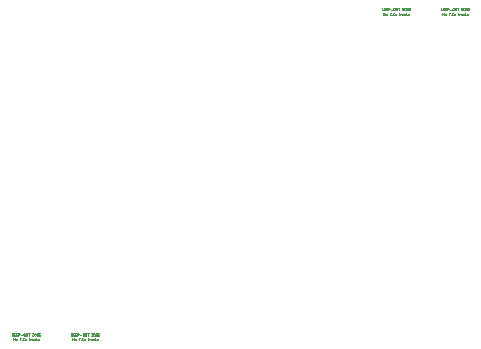
<source format=gbr>
%TF.GenerationSoftware,KiCad,Pcbnew,7.0.9*%
%TF.CreationDate,2024-02-22T06:25:05-07:00*%
%TF.ProjectId,genesis-6_controller_pcb,67656e65-7369-4732-9d36-5f636f6e7472,4a*%
%TF.SameCoordinates,Original*%
%TF.FileFunction,Other,Comment*%
%FSLAX46Y46*%
G04 Gerber Fmt 4.6, Leading zero omitted, Abs format (unit mm)*
G04 Created by KiCad (PCBNEW 7.0.9) date 2024-02-22 06:25:05*
%MOMM*%
%LPD*%
G01*
G04 APERTURE LIST*
%ADD10C,0.030000*%
G04 APERTURE END LIST*
D10*
X181125715Y-111160963D02*
X181125715Y-110960963D01*
X181240000Y-111160963D02*
X181154286Y-111046678D01*
X181240000Y-110960963D02*
X181125715Y-111075249D01*
X181325715Y-111056201D02*
X181392381Y-111056201D01*
X181420953Y-111160963D02*
X181325715Y-111160963D01*
X181325715Y-111160963D02*
X181325715Y-110960963D01*
X181325715Y-110960963D02*
X181420953Y-110960963D01*
X181506667Y-111056201D02*
X181573333Y-111056201D01*
X181601905Y-111160963D02*
X181506667Y-111160963D01*
X181506667Y-111160963D02*
X181506667Y-110960963D01*
X181506667Y-110960963D02*
X181601905Y-110960963D01*
X181687619Y-111160963D02*
X181687619Y-110960963D01*
X181687619Y-110960963D02*
X181763809Y-110960963D01*
X181763809Y-110960963D02*
X181782857Y-110970487D01*
X181782857Y-110970487D02*
X181792380Y-110980011D01*
X181792380Y-110980011D02*
X181801904Y-110999059D01*
X181801904Y-110999059D02*
X181801904Y-111027630D01*
X181801904Y-111027630D02*
X181792380Y-111046678D01*
X181792380Y-111046678D02*
X181782857Y-111056201D01*
X181782857Y-111056201D02*
X181763809Y-111065725D01*
X181763809Y-111065725D02*
X181687619Y-111065725D01*
X181887619Y-111084773D02*
X182040000Y-111084773D01*
X182173333Y-110960963D02*
X182211428Y-110960963D01*
X182211428Y-110960963D02*
X182230476Y-110970487D01*
X182230476Y-110970487D02*
X182249523Y-110989535D01*
X182249523Y-110989535D02*
X182259047Y-111027630D01*
X182259047Y-111027630D02*
X182259047Y-111094297D01*
X182259047Y-111094297D02*
X182249523Y-111132392D01*
X182249523Y-111132392D02*
X182230476Y-111151440D01*
X182230476Y-111151440D02*
X182211428Y-111160963D01*
X182211428Y-111160963D02*
X182173333Y-111160963D01*
X182173333Y-111160963D02*
X182154285Y-111151440D01*
X182154285Y-111151440D02*
X182135238Y-111132392D01*
X182135238Y-111132392D02*
X182125714Y-111094297D01*
X182125714Y-111094297D02*
X182125714Y-111027630D01*
X182125714Y-111027630D02*
X182135238Y-110989535D01*
X182135238Y-110989535D02*
X182154285Y-110970487D01*
X182154285Y-110970487D02*
X182173333Y-110960963D01*
X182344762Y-110960963D02*
X182344762Y-111122868D01*
X182344762Y-111122868D02*
X182354285Y-111141916D01*
X182354285Y-111141916D02*
X182363809Y-111151440D01*
X182363809Y-111151440D02*
X182382857Y-111160963D01*
X182382857Y-111160963D02*
X182420952Y-111160963D01*
X182420952Y-111160963D02*
X182440000Y-111151440D01*
X182440000Y-111151440D02*
X182449523Y-111141916D01*
X182449523Y-111141916D02*
X182459047Y-111122868D01*
X182459047Y-111122868D02*
X182459047Y-110960963D01*
X182525714Y-110960963D02*
X182640000Y-110960963D01*
X182582857Y-111160963D02*
X182582857Y-110960963D01*
X182840000Y-110960963D02*
X182973333Y-110960963D01*
X182973333Y-110960963D02*
X182840000Y-111160963D01*
X182840000Y-111160963D02*
X182973333Y-111160963D01*
X183087619Y-110960963D02*
X183125714Y-110960963D01*
X183125714Y-110960963D02*
X183144762Y-110970487D01*
X183144762Y-110970487D02*
X183163809Y-110989535D01*
X183163809Y-110989535D02*
X183173333Y-111027630D01*
X183173333Y-111027630D02*
X183173333Y-111094297D01*
X183173333Y-111094297D02*
X183163809Y-111132392D01*
X183163809Y-111132392D02*
X183144762Y-111151440D01*
X183144762Y-111151440D02*
X183125714Y-111160963D01*
X183125714Y-111160963D02*
X183087619Y-111160963D01*
X183087619Y-111160963D02*
X183068571Y-111151440D01*
X183068571Y-111151440D02*
X183049524Y-111132392D01*
X183049524Y-111132392D02*
X183040000Y-111094297D01*
X183040000Y-111094297D02*
X183040000Y-111027630D01*
X183040000Y-111027630D02*
X183049524Y-110989535D01*
X183049524Y-110989535D02*
X183068571Y-110970487D01*
X183068571Y-110970487D02*
X183087619Y-110960963D01*
X183259048Y-111160963D02*
X183259048Y-110960963D01*
X183259048Y-110960963D02*
X183373333Y-111160963D01*
X183373333Y-111160963D02*
X183373333Y-110960963D01*
X183468572Y-111056201D02*
X183535238Y-111056201D01*
X183563810Y-111160963D02*
X183468572Y-111160963D01*
X183468572Y-111160963D02*
X183468572Y-110960963D01*
X183468572Y-110960963D02*
X183563810Y-110960963D01*
X181259047Y-111560963D02*
X181259047Y-111360963D01*
X181259047Y-111360963D02*
X181373332Y-111560963D01*
X181373332Y-111560963D02*
X181373332Y-111360963D01*
X181497142Y-111560963D02*
X181478094Y-111551440D01*
X181478094Y-111551440D02*
X181468571Y-111541916D01*
X181468571Y-111541916D02*
X181459047Y-111522868D01*
X181459047Y-111522868D02*
X181459047Y-111465725D01*
X181459047Y-111465725D02*
X181468571Y-111446678D01*
X181468571Y-111446678D02*
X181478094Y-111437154D01*
X181478094Y-111437154D02*
X181497142Y-111427630D01*
X181497142Y-111427630D02*
X181525713Y-111427630D01*
X181525713Y-111427630D02*
X181544761Y-111437154D01*
X181544761Y-111437154D02*
X181554285Y-111446678D01*
X181554285Y-111446678D02*
X181563809Y-111465725D01*
X181563809Y-111465725D02*
X181563809Y-111522868D01*
X181563809Y-111522868D02*
X181554285Y-111541916D01*
X181554285Y-111541916D02*
X181544761Y-111551440D01*
X181544761Y-111551440D02*
X181525713Y-111560963D01*
X181525713Y-111560963D02*
X181497142Y-111560963D01*
X181868570Y-111456201D02*
X181801904Y-111456201D01*
X181801904Y-111560963D02*
X181801904Y-111360963D01*
X181801904Y-111360963D02*
X181897142Y-111360963D01*
X181973333Y-111541916D02*
X181982856Y-111551440D01*
X181982856Y-111551440D02*
X181973333Y-111560963D01*
X181973333Y-111560963D02*
X181963809Y-111551440D01*
X181963809Y-111551440D02*
X181973333Y-111541916D01*
X181973333Y-111541916D02*
X181973333Y-111560963D01*
X182182856Y-111541916D02*
X182173332Y-111551440D01*
X182173332Y-111551440D02*
X182144761Y-111560963D01*
X182144761Y-111560963D02*
X182125713Y-111560963D01*
X182125713Y-111560963D02*
X182097142Y-111551440D01*
X182097142Y-111551440D02*
X182078094Y-111532392D01*
X182078094Y-111532392D02*
X182068571Y-111513344D01*
X182068571Y-111513344D02*
X182059047Y-111475249D01*
X182059047Y-111475249D02*
X182059047Y-111446678D01*
X182059047Y-111446678D02*
X182068571Y-111408582D01*
X182068571Y-111408582D02*
X182078094Y-111389535D01*
X182078094Y-111389535D02*
X182097142Y-111370487D01*
X182097142Y-111370487D02*
X182125713Y-111360963D01*
X182125713Y-111360963D02*
X182144761Y-111360963D01*
X182144761Y-111360963D02*
X182173332Y-111370487D01*
X182173332Y-111370487D02*
X182182856Y-111380011D01*
X182354285Y-111427630D02*
X182354285Y-111560963D01*
X182268571Y-111427630D02*
X182268571Y-111532392D01*
X182268571Y-111532392D02*
X182278094Y-111551440D01*
X182278094Y-111551440D02*
X182297142Y-111560963D01*
X182297142Y-111560963D02*
X182325713Y-111560963D01*
X182325713Y-111560963D02*
X182344761Y-111551440D01*
X182344761Y-111551440D02*
X182354285Y-111541916D01*
X182573332Y-111427630D02*
X182649523Y-111427630D01*
X182601904Y-111360963D02*
X182601904Y-111532392D01*
X182601904Y-111532392D02*
X182611427Y-111551440D01*
X182611427Y-111551440D02*
X182630475Y-111560963D01*
X182630475Y-111560963D02*
X182649523Y-111560963D01*
X182716190Y-111560963D02*
X182716190Y-111427630D01*
X182716190Y-111465725D02*
X182725713Y-111446678D01*
X182725713Y-111446678D02*
X182735237Y-111437154D01*
X182735237Y-111437154D02*
X182754285Y-111427630D01*
X182754285Y-111427630D02*
X182773332Y-111427630D01*
X182925714Y-111560963D02*
X182925714Y-111456201D01*
X182925714Y-111456201D02*
X182916190Y-111437154D01*
X182916190Y-111437154D02*
X182897142Y-111427630D01*
X182897142Y-111427630D02*
X182859047Y-111427630D01*
X182859047Y-111427630D02*
X182840000Y-111437154D01*
X182925714Y-111551440D02*
X182906666Y-111560963D01*
X182906666Y-111560963D02*
X182859047Y-111560963D01*
X182859047Y-111560963D02*
X182840000Y-111551440D01*
X182840000Y-111551440D02*
X182830476Y-111532392D01*
X182830476Y-111532392D02*
X182830476Y-111513344D01*
X182830476Y-111513344D02*
X182840000Y-111494297D01*
X182840000Y-111494297D02*
X182859047Y-111484773D01*
X182859047Y-111484773D02*
X182906666Y-111484773D01*
X182906666Y-111484773D02*
X182925714Y-111475249D01*
X183106666Y-111551440D02*
X183087618Y-111560963D01*
X183087618Y-111560963D02*
X183049523Y-111560963D01*
X183049523Y-111560963D02*
X183030475Y-111551440D01*
X183030475Y-111551440D02*
X183020952Y-111541916D01*
X183020952Y-111541916D02*
X183011428Y-111522868D01*
X183011428Y-111522868D02*
X183011428Y-111465725D01*
X183011428Y-111465725D02*
X183020952Y-111446678D01*
X183020952Y-111446678D02*
X183030475Y-111437154D01*
X183030475Y-111437154D02*
X183049523Y-111427630D01*
X183049523Y-111427630D02*
X183087618Y-111427630D01*
X183087618Y-111427630D02*
X183106666Y-111437154D01*
X183192381Y-111560963D02*
X183192381Y-111360963D01*
X183211428Y-111484773D02*
X183268571Y-111560963D01*
X183268571Y-111427630D02*
X183192381Y-111503820D01*
X183344762Y-111551440D02*
X183363809Y-111560963D01*
X183363809Y-111560963D02*
X183401905Y-111560963D01*
X183401905Y-111560963D02*
X183420952Y-111551440D01*
X183420952Y-111551440D02*
X183430476Y-111532392D01*
X183430476Y-111532392D02*
X183430476Y-111522868D01*
X183430476Y-111522868D02*
X183420952Y-111503820D01*
X183420952Y-111503820D02*
X183401905Y-111494297D01*
X183401905Y-111494297D02*
X183373333Y-111494297D01*
X183373333Y-111494297D02*
X183354286Y-111484773D01*
X183354286Y-111484773D02*
X183344762Y-111465725D01*
X183344762Y-111465725D02*
X183344762Y-111456201D01*
X183344762Y-111456201D02*
X183354286Y-111437154D01*
X183354286Y-111437154D02*
X183373333Y-111427630D01*
X183373333Y-111427630D02*
X183401905Y-111427630D01*
X183401905Y-111427630D02*
X183420952Y-111437154D01*
X176259047Y-111560963D02*
X176259047Y-111360963D01*
X176259047Y-111360963D02*
X176373332Y-111560963D01*
X176373332Y-111560963D02*
X176373332Y-111360963D01*
X176497142Y-111560963D02*
X176478094Y-111551440D01*
X176478094Y-111551440D02*
X176468571Y-111541916D01*
X176468571Y-111541916D02*
X176459047Y-111522868D01*
X176459047Y-111522868D02*
X176459047Y-111465725D01*
X176459047Y-111465725D02*
X176468571Y-111446678D01*
X176468571Y-111446678D02*
X176478094Y-111437154D01*
X176478094Y-111437154D02*
X176497142Y-111427630D01*
X176497142Y-111427630D02*
X176525713Y-111427630D01*
X176525713Y-111427630D02*
X176544761Y-111437154D01*
X176544761Y-111437154D02*
X176554285Y-111446678D01*
X176554285Y-111446678D02*
X176563809Y-111465725D01*
X176563809Y-111465725D02*
X176563809Y-111522868D01*
X176563809Y-111522868D02*
X176554285Y-111541916D01*
X176554285Y-111541916D02*
X176544761Y-111551440D01*
X176544761Y-111551440D02*
X176525713Y-111560963D01*
X176525713Y-111560963D02*
X176497142Y-111560963D01*
X176868570Y-111456201D02*
X176801904Y-111456201D01*
X176801904Y-111560963D02*
X176801904Y-111360963D01*
X176801904Y-111360963D02*
X176897142Y-111360963D01*
X176973333Y-111541916D02*
X176982856Y-111551440D01*
X176982856Y-111551440D02*
X176973333Y-111560963D01*
X176973333Y-111560963D02*
X176963809Y-111551440D01*
X176963809Y-111551440D02*
X176973333Y-111541916D01*
X176973333Y-111541916D02*
X176973333Y-111560963D01*
X177182856Y-111541916D02*
X177173332Y-111551440D01*
X177173332Y-111551440D02*
X177144761Y-111560963D01*
X177144761Y-111560963D02*
X177125713Y-111560963D01*
X177125713Y-111560963D02*
X177097142Y-111551440D01*
X177097142Y-111551440D02*
X177078094Y-111532392D01*
X177078094Y-111532392D02*
X177068571Y-111513344D01*
X177068571Y-111513344D02*
X177059047Y-111475249D01*
X177059047Y-111475249D02*
X177059047Y-111446678D01*
X177059047Y-111446678D02*
X177068571Y-111408582D01*
X177068571Y-111408582D02*
X177078094Y-111389535D01*
X177078094Y-111389535D02*
X177097142Y-111370487D01*
X177097142Y-111370487D02*
X177125713Y-111360963D01*
X177125713Y-111360963D02*
X177144761Y-111360963D01*
X177144761Y-111360963D02*
X177173332Y-111370487D01*
X177173332Y-111370487D02*
X177182856Y-111380011D01*
X177354285Y-111427630D02*
X177354285Y-111560963D01*
X177268571Y-111427630D02*
X177268571Y-111532392D01*
X177268571Y-111532392D02*
X177278094Y-111551440D01*
X177278094Y-111551440D02*
X177297142Y-111560963D01*
X177297142Y-111560963D02*
X177325713Y-111560963D01*
X177325713Y-111560963D02*
X177344761Y-111551440D01*
X177344761Y-111551440D02*
X177354285Y-111541916D01*
X177573332Y-111427630D02*
X177649523Y-111427630D01*
X177601904Y-111360963D02*
X177601904Y-111532392D01*
X177601904Y-111532392D02*
X177611427Y-111551440D01*
X177611427Y-111551440D02*
X177630475Y-111560963D01*
X177630475Y-111560963D02*
X177649523Y-111560963D01*
X177716190Y-111560963D02*
X177716190Y-111427630D01*
X177716190Y-111465725D02*
X177725713Y-111446678D01*
X177725713Y-111446678D02*
X177735237Y-111437154D01*
X177735237Y-111437154D02*
X177754285Y-111427630D01*
X177754285Y-111427630D02*
X177773332Y-111427630D01*
X177925714Y-111560963D02*
X177925714Y-111456201D01*
X177925714Y-111456201D02*
X177916190Y-111437154D01*
X177916190Y-111437154D02*
X177897142Y-111427630D01*
X177897142Y-111427630D02*
X177859047Y-111427630D01*
X177859047Y-111427630D02*
X177840000Y-111437154D01*
X177925714Y-111551440D02*
X177906666Y-111560963D01*
X177906666Y-111560963D02*
X177859047Y-111560963D01*
X177859047Y-111560963D02*
X177840000Y-111551440D01*
X177840000Y-111551440D02*
X177830476Y-111532392D01*
X177830476Y-111532392D02*
X177830476Y-111513344D01*
X177830476Y-111513344D02*
X177840000Y-111494297D01*
X177840000Y-111494297D02*
X177859047Y-111484773D01*
X177859047Y-111484773D02*
X177906666Y-111484773D01*
X177906666Y-111484773D02*
X177925714Y-111475249D01*
X178106666Y-111551440D02*
X178087618Y-111560963D01*
X178087618Y-111560963D02*
X178049523Y-111560963D01*
X178049523Y-111560963D02*
X178030475Y-111551440D01*
X178030475Y-111551440D02*
X178020952Y-111541916D01*
X178020952Y-111541916D02*
X178011428Y-111522868D01*
X178011428Y-111522868D02*
X178011428Y-111465725D01*
X178011428Y-111465725D02*
X178020952Y-111446678D01*
X178020952Y-111446678D02*
X178030475Y-111437154D01*
X178030475Y-111437154D02*
X178049523Y-111427630D01*
X178049523Y-111427630D02*
X178087618Y-111427630D01*
X178087618Y-111427630D02*
X178106666Y-111437154D01*
X178192381Y-111560963D02*
X178192381Y-111360963D01*
X178211428Y-111484773D02*
X178268571Y-111560963D01*
X178268571Y-111427630D02*
X178192381Y-111503820D01*
X178344762Y-111551440D02*
X178363809Y-111560963D01*
X178363809Y-111560963D02*
X178401905Y-111560963D01*
X178401905Y-111560963D02*
X178420952Y-111551440D01*
X178420952Y-111551440D02*
X178430476Y-111532392D01*
X178430476Y-111532392D02*
X178430476Y-111522868D01*
X178430476Y-111522868D02*
X178420952Y-111503820D01*
X178420952Y-111503820D02*
X178401905Y-111494297D01*
X178401905Y-111494297D02*
X178373333Y-111494297D01*
X178373333Y-111494297D02*
X178354286Y-111484773D01*
X178354286Y-111484773D02*
X178344762Y-111465725D01*
X178344762Y-111465725D02*
X178344762Y-111456201D01*
X178344762Y-111456201D02*
X178354286Y-111437154D01*
X178354286Y-111437154D02*
X178373333Y-111427630D01*
X178373333Y-111427630D02*
X178401905Y-111427630D01*
X178401905Y-111427630D02*
X178420952Y-111437154D01*
X176125715Y-111160963D02*
X176125715Y-110960963D01*
X176240000Y-111160963D02*
X176154286Y-111046678D01*
X176240000Y-110960963D02*
X176125715Y-111075249D01*
X176325715Y-111056201D02*
X176392381Y-111056201D01*
X176420953Y-111160963D02*
X176325715Y-111160963D01*
X176325715Y-111160963D02*
X176325715Y-110960963D01*
X176325715Y-110960963D02*
X176420953Y-110960963D01*
X176506667Y-111056201D02*
X176573333Y-111056201D01*
X176601905Y-111160963D02*
X176506667Y-111160963D01*
X176506667Y-111160963D02*
X176506667Y-110960963D01*
X176506667Y-110960963D02*
X176601905Y-110960963D01*
X176687619Y-111160963D02*
X176687619Y-110960963D01*
X176687619Y-110960963D02*
X176763809Y-110960963D01*
X176763809Y-110960963D02*
X176782857Y-110970487D01*
X176782857Y-110970487D02*
X176792380Y-110980011D01*
X176792380Y-110980011D02*
X176801904Y-110999059D01*
X176801904Y-110999059D02*
X176801904Y-111027630D01*
X176801904Y-111027630D02*
X176792380Y-111046678D01*
X176792380Y-111046678D02*
X176782857Y-111056201D01*
X176782857Y-111056201D02*
X176763809Y-111065725D01*
X176763809Y-111065725D02*
X176687619Y-111065725D01*
X176887619Y-111084773D02*
X177040000Y-111084773D01*
X177173333Y-110960963D02*
X177211428Y-110960963D01*
X177211428Y-110960963D02*
X177230476Y-110970487D01*
X177230476Y-110970487D02*
X177249523Y-110989535D01*
X177249523Y-110989535D02*
X177259047Y-111027630D01*
X177259047Y-111027630D02*
X177259047Y-111094297D01*
X177259047Y-111094297D02*
X177249523Y-111132392D01*
X177249523Y-111132392D02*
X177230476Y-111151440D01*
X177230476Y-111151440D02*
X177211428Y-111160963D01*
X177211428Y-111160963D02*
X177173333Y-111160963D01*
X177173333Y-111160963D02*
X177154285Y-111151440D01*
X177154285Y-111151440D02*
X177135238Y-111132392D01*
X177135238Y-111132392D02*
X177125714Y-111094297D01*
X177125714Y-111094297D02*
X177125714Y-111027630D01*
X177125714Y-111027630D02*
X177135238Y-110989535D01*
X177135238Y-110989535D02*
X177154285Y-110970487D01*
X177154285Y-110970487D02*
X177173333Y-110960963D01*
X177344762Y-110960963D02*
X177344762Y-111122868D01*
X177344762Y-111122868D02*
X177354285Y-111141916D01*
X177354285Y-111141916D02*
X177363809Y-111151440D01*
X177363809Y-111151440D02*
X177382857Y-111160963D01*
X177382857Y-111160963D02*
X177420952Y-111160963D01*
X177420952Y-111160963D02*
X177440000Y-111151440D01*
X177440000Y-111151440D02*
X177449523Y-111141916D01*
X177449523Y-111141916D02*
X177459047Y-111122868D01*
X177459047Y-111122868D02*
X177459047Y-110960963D01*
X177525714Y-110960963D02*
X177640000Y-110960963D01*
X177582857Y-111160963D02*
X177582857Y-110960963D01*
X177840000Y-110960963D02*
X177973333Y-110960963D01*
X177973333Y-110960963D02*
X177840000Y-111160963D01*
X177840000Y-111160963D02*
X177973333Y-111160963D01*
X178087619Y-110960963D02*
X178125714Y-110960963D01*
X178125714Y-110960963D02*
X178144762Y-110970487D01*
X178144762Y-110970487D02*
X178163809Y-110989535D01*
X178163809Y-110989535D02*
X178173333Y-111027630D01*
X178173333Y-111027630D02*
X178173333Y-111094297D01*
X178173333Y-111094297D02*
X178163809Y-111132392D01*
X178163809Y-111132392D02*
X178144762Y-111151440D01*
X178144762Y-111151440D02*
X178125714Y-111160963D01*
X178125714Y-111160963D02*
X178087619Y-111160963D01*
X178087619Y-111160963D02*
X178068571Y-111151440D01*
X178068571Y-111151440D02*
X178049524Y-111132392D01*
X178049524Y-111132392D02*
X178040000Y-111094297D01*
X178040000Y-111094297D02*
X178040000Y-111027630D01*
X178040000Y-111027630D02*
X178049524Y-110989535D01*
X178049524Y-110989535D02*
X178068571Y-110970487D01*
X178068571Y-110970487D02*
X178087619Y-110960963D01*
X178259048Y-111160963D02*
X178259048Y-110960963D01*
X178259048Y-110960963D02*
X178373333Y-111160963D01*
X178373333Y-111160963D02*
X178373333Y-110960963D01*
X178468572Y-111056201D02*
X178535238Y-111056201D01*
X178563810Y-111160963D02*
X178468572Y-111160963D01*
X178468572Y-111160963D02*
X178468572Y-110960963D01*
X178468572Y-110960963D02*
X178563810Y-110960963D01*
X149939047Y-139100963D02*
X149939047Y-138900963D01*
X149939047Y-138900963D02*
X150053332Y-139100963D01*
X150053332Y-139100963D02*
X150053332Y-138900963D01*
X150177142Y-139100963D02*
X150158094Y-139091440D01*
X150158094Y-139091440D02*
X150148571Y-139081916D01*
X150148571Y-139081916D02*
X150139047Y-139062868D01*
X150139047Y-139062868D02*
X150139047Y-139005725D01*
X150139047Y-139005725D02*
X150148571Y-138986678D01*
X150148571Y-138986678D02*
X150158094Y-138977154D01*
X150158094Y-138977154D02*
X150177142Y-138967630D01*
X150177142Y-138967630D02*
X150205713Y-138967630D01*
X150205713Y-138967630D02*
X150224761Y-138977154D01*
X150224761Y-138977154D02*
X150234285Y-138986678D01*
X150234285Y-138986678D02*
X150243809Y-139005725D01*
X150243809Y-139005725D02*
X150243809Y-139062868D01*
X150243809Y-139062868D02*
X150234285Y-139081916D01*
X150234285Y-139081916D02*
X150224761Y-139091440D01*
X150224761Y-139091440D02*
X150205713Y-139100963D01*
X150205713Y-139100963D02*
X150177142Y-139100963D01*
X150548570Y-138996201D02*
X150481904Y-138996201D01*
X150481904Y-139100963D02*
X150481904Y-138900963D01*
X150481904Y-138900963D02*
X150577142Y-138900963D01*
X150653333Y-139081916D02*
X150662856Y-139091440D01*
X150662856Y-139091440D02*
X150653333Y-139100963D01*
X150653333Y-139100963D02*
X150643809Y-139091440D01*
X150643809Y-139091440D02*
X150653333Y-139081916D01*
X150653333Y-139081916D02*
X150653333Y-139100963D01*
X150862856Y-139081916D02*
X150853332Y-139091440D01*
X150853332Y-139091440D02*
X150824761Y-139100963D01*
X150824761Y-139100963D02*
X150805713Y-139100963D01*
X150805713Y-139100963D02*
X150777142Y-139091440D01*
X150777142Y-139091440D02*
X150758094Y-139072392D01*
X150758094Y-139072392D02*
X150748571Y-139053344D01*
X150748571Y-139053344D02*
X150739047Y-139015249D01*
X150739047Y-139015249D02*
X150739047Y-138986678D01*
X150739047Y-138986678D02*
X150748571Y-138948582D01*
X150748571Y-138948582D02*
X150758094Y-138929535D01*
X150758094Y-138929535D02*
X150777142Y-138910487D01*
X150777142Y-138910487D02*
X150805713Y-138900963D01*
X150805713Y-138900963D02*
X150824761Y-138900963D01*
X150824761Y-138900963D02*
X150853332Y-138910487D01*
X150853332Y-138910487D02*
X150862856Y-138920011D01*
X151034285Y-138967630D02*
X151034285Y-139100963D01*
X150948571Y-138967630D02*
X150948571Y-139072392D01*
X150948571Y-139072392D02*
X150958094Y-139091440D01*
X150958094Y-139091440D02*
X150977142Y-139100963D01*
X150977142Y-139100963D02*
X151005713Y-139100963D01*
X151005713Y-139100963D02*
X151024761Y-139091440D01*
X151024761Y-139091440D02*
X151034285Y-139081916D01*
X151253332Y-138967630D02*
X151329523Y-138967630D01*
X151281904Y-138900963D02*
X151281904Y-139072392D01*
X151281904Y-139072392D02*
X151291427Y-139091440D01*
X151291427Y-139091440D02*
X151310475Y-139100963D01*
X151310475Y-139100963D02*
X151329523Y-139100963D01*
X151396190Y-139100963D02*
X151396190Y-138967630D01*
X151396190Y-139005725D02*
X151405713Y-138986678D01*
X151405713Y-138986678D02*
X151415237Y-138977154D01*
X151415237Y-138977154D02*
X151434285Y-138967630D01*
X151434285Y-138967630D02*
X151453332Y-138967630D01*
X151605714Y-139100963D02*
X151605714Y-138996201D01*
X151605714Y-138996201D02*
X151596190Y-138977154D01*
X151596190Y-138977154D02*
X151577142Y-138967630D01*
X151577142Y-138967630D02*
X151539047Y-138967630D01*
X151539047Y-138967630D02*
X151520000Y-138977154D01*
X151605714Y-139091440D02*
X151586666Y-139100963D01*
X151586666Y-139100963D02*
X151539047Y-139100963D01*
X151539047Y-139100963D02*
X151520000Y-139091440D01*
X151520000Y-139091440D02*
X151510476Y-139072392D01*
X151510476Y-139072392D02*
X151510476Y-139053344D01*
X151510476Y-139053344D02*
X151520000Y-139034297D01*
X151520000Y-139034297D02*
X151539047Y-139024773D01*
X151539047Y-139024773D02*
X151586666Y-139024773D01*
X151586666Y-139024773D02*
X151605714Y-139015249D01*
X151786666Y-139091440D02*
X151767618Y-139100963D01*
X151767618Y-139100963D02*
X151729523Y-139100963D01*
X151729523Y-139100963D02*
X151710475Y-139091440D01*
X151710475Y-139091440D02*
X151700952Y-139081916D01*
X151700952Y-139081916D02*
X151691428Y-139062868D01*
X151691428Y-139062868D02*
X151691428Y-139005725D01*
X151691428Y-139005725D02*
X151700952Y-138986678D01*
X151700952Y-138986678D02*
X151710475Y-138977154D01*
X151710475Y-138977154D02*
X151729523Y-138967630D01*
X151729523Y-138967630D02*
X151767618Y-138967630D01*
X151767618Y-138967630D02*
X151786666Y-138977154D01*
X151872381Y-139100963D02*
X151872381Y-138900963D01*
X151891428Y-139024773D02*
X151948571Y-139100963D01*
X151948571Y-138967630D02*
X151872381Y-139043820D01*
X152024762Y-139091440D02*
X152043809Y-139100963D01*
X152043809Y-139100963D02*
X152081905Y-139100963D01*
X152081905Y-139100963D02*
X152100952Y-139091440D01*
X152100952Y-139091440D02*
X152110476Y-139072392D01*
X152110476Y-139072392D02*
X152110476Y-139062868D01*
X152110476Y-139062868D02*
X152100952Y-139043820D01*
X152100952Y-139043820D02*
X152081905Y-139034297D01*
X152081905Y-139034297D02*
X152053333Y-139034297D01*
X152053333Y-139034297D02*
X152034286Y-139024773D01*
X152034286Y-139024773D02*
X152024762Y-139005725D01*
X152024762Y-139005725D02*
X152024762Y-138996201D01*
X152024762Y-138996201D02*
X152034286Y-138977154D01*
X152034286Y-138977154D02*
X152053333Y-138967630D01*
X152053333Y-138967630D02*
X152081905Y-138967630D01*
X152081905Y-138967630D02*
X152100952Y-138977154D01*
X149805715Y-138700963D02*
X149805715Y-138500963D01*
X149920000Y-138700963D02*
X149834286Y-138586678D01*
X149920000Y-138500963D02*
X149805715Y-138615249D01*
X150005715Y-138596201D02*
X150072381Y-138596201D01*
X150100953Y-138700963D02*
X150005715Y-138700963D01*
X150005715Y-138700963D02*
X150005715Y-138500963D01*
X150005715Y-138500963D02*
X150100953Y-138500963D01*
X150186667Y-138596201D02*
X150253333Y-138596201D01*
X150281905Y-138700963D02*
X150186667Y-138700963D01*
X150186667Y-138700963D02*
X150186667Y-138500963D01*
X150186667Y-138500963D02*
X150281905Y-138500963D01*
X150367619Y-138700963D02*
X150367619Y-138500963D01*
X150367619Y-138500963D02*
X150443809Y-138500963D01*
X150443809Y-138500963D02*
X150462857Y-138510487D01*
X150462857Y-138510487D02*
X150472380Y-138520011D01*
X150472380Y-138520011D02*
X150481904Y-138539059D01*
X150481904Y-138539059D02*
X150481904Y-138567630D01*
X150481904Y-138567630D02*
X150472380Y-138586678D01*
X150472380Y-138586678D02*
X150462857Y-138596201D01*
X150462857Y-138596201D02*
X150443809Y-138605725D01*
X150443809Y-138605725D02*
X150367619Y-138605725D01*
X150567619Y-138624773D02*
X150720000Y-138624773D01*
X150853333Y-138500963D02*
X150891428Y-138500963D01*
X150891428Y-138500963D02*
X150910476Y-138510487D01*
X150910476Y-138510487D02*
X150929523Y-138529535D01*
X150929523Y-138529535D02*
X150939047Y-138567630D01*
X150939047Y-138567630D02*
X150939047Y-138634297D01*
X150939047Y-138634297D02*
X150929523Y-138672392D01*
X150929523Y-138672392D02*
X150910476Y-138691440D01*
X150910476Y-138691440D02*
X150891428Y-138700963D01*
X150891428Y-138700963D02*
X150853333Y-138700963D01*
X150853333Y-138700963D02*
X150834285Y-138691440D01*
X150834285Y-138691440D02*
X150815238Y-138672392D01*
X150815238Y-138672392D02*
X150805714Y-138634297D01*
X150805714Y-138634297D02*
X150805714Y-138567630D01*
X150805714Y-138567630D02*
X150815238Y-138529535D01*
X150815238Y-138529535D02*
X150834285Y-138510487D01*
X150834285Y-138510487D02*
X150853333Y-138500963D01*
X151024762Y-138500963D02*
X151024762Y-138662868D01*
X151024762Y-138662868D02*
X151034285Y-138681916D01*
X151034285Y-138681916D02*
X151043809Y-138691440D01*
X151043809Y-138691440D02*
X151062857Y-138700963D01*
X151062857Y-138700963D02*
X151100952Y-138700963D01*
X151100952Y-138700963D02*
X151120000Y-138691440D01*
X151120000Y-138691440D02*
X151129523Y-138681916D01*
X151129523Y-138681916D02*
X151139047Y-138662868D01*
X151139047Y-138662868D02*
X151139047Y-138500963D01*
X151205714Y-138500963D02*
X151320000Y-138500963D01*
X151262857Y-138700963D02*
X151262857Y-138500963D01*
X151520000Y-138500963D02*
X151653333Y-138500963D01*
X151653333Y-138500963D02*
X151520000Y-138700963D01*
X151520000Y-138700963D02*
X151653333Y-138700963D01*
X151767619Y-138500963D02*
X151805714Y-138500963D01*
X151805714Y-138500963D02*
X151824762Y-138510487D01*
X151824762Y-138510487D02*
X151843809Y-138529535D01*
X151843809Y-138529535D02*
X151853333Y-138567630D01*
X151853333Y-138567630D02*
X151853333Y-138634297D01*
X151853333Y-138634297D02*
X151843809Y-138672392D01*
X151843809Y-138672392D02*
X151824762Y-138691440D01*
X151824762Y-138691440D02*
X151805714Y-138700963D01*
X151805714Y-138700963D02*
X151767619Y-138700963D01*
X151767619Y-138700963D02*
X151748571Y-138691440D01*
X151748571Y-138691440D02*
X151729524Y-138672392D01*
X151729524Y-138672392D02*
X151720000Y-138634297D01*
X151720000Y-138634297D02*
X151720000Y-138567630D01*
X151720000Y-138567630D02*
X151729524Y-138529535D01*
X151729524Y-138529535D02*
X151748571Y-138510487D01*
X151748571Y-138510487D02*
X151767619Y-138500963D01*
X151939048Y-138700963D02*
X151939048Y-138500963D01*
X151939048Y-138500963D02*
X152053333Y-138700963D01*
X152053333Y-138700963D02*
X152053333Y-138500963D01*
X152148572Y-138596201D02*
X152215238Y-138596201D01*
X152243810Y-138700963D02*
X152148572Y-138700963D01*
X152148572Y-138700963D02*
X152148572Y-138500963D01*
X152148572Y-138500963D02*
X152243810Y-138500963D01*
X144939047Y-139100963D02*
X144939047Y-138900963D01*
X144939047Y-138900963D02*
X145053332Y-139100963D01*
X145053332Y-139100963D02*
X145053332Y-138900963D01*
X145177142Y-139100963D02*
X145158094Y-139091440D01*
X145158094Y-139091440D02*
X145148571Y-139081916D01*
X145148571Y-139081916D02*
X145139047Y-139062868D01*
X145139047Y-139062868D02*
X145139047Y-139005725D01*
X145139047Y-139005725D02*
X145148571Y-138986678D01*
X145148571Y-138986678D02*
X145158094Y-138977154D01*
X145158094Y-138977154D02*
X145177142Y-138967630D01*
X145177142Y-138967630D02*
X145205713Y-138967630D01*
X145205713Y-138967630D02*
X145224761Y-138977154D01*
X145224761Y-138977154D02*
X145234285Y-138986678D01*
X145234285Y-138986678D02*
X145243809Y-139005725D01*
X145243809Y-139005725D02*
X145243809Y-139062868D01*
X145243809Y-139062868D02*
X145234285Y-139081916D01*
X145234285Y-139081916D02*
X145224761Y-139091440D01*
X145224761Y-139091440D02*
X145205713Y-139100963D01*
X145205713Y-139100963D02*
X145177142Y-139100963D01*
X145548570Y-138996201D02*
X145481904Y-138996201D01*
X145481904Y-139100963D02*
X145481904Y-138900963D01*
X145481904Y-138900963D02*
X145577142Y-138900963D01*
X145653333Y-139081916D02*
X145662856Y-139091440D01*
X145662856Y-139091440D02*
X145653333Y-139100963D01*
X145653333Y-139100963D02*
X145643809Y-139091440D01*
X145643809Y-139091440D02*
X145653333Y-139081916D01*
X145653333Y-139081916D02*
X145653333Y-139100963D01*
X145862856Y-139081916D02*
X145853332Y-139091440D01*
X145853332Y-139091440D02*
X145824761Y-139100963D01*
X145824761Y-139100963D02*
X145805713Y-139100963D01*
X145805713Y-139100963D02*
X145777142Y-139091440D01*
X145777142Y-139091440D02*
X145758094Y-139072392D01*
X145758094Y-139072392D02*
X145748571Y-139053344D01*
X145748571Y-139053344D02*
X145739047Y-139015249D01*
X145739047Y-139015249D02*
X145739047Y-138986678D01*
X145739047Y-138986678D02*
X145748571Y-138948582D01*
X145748571Y-138948582D02*
X145758094Y-138929535D01*
X145758094Y-138929535D02*
X145777142Y-138910487D01*
X145777142Y-138910487D02*
X145805713Y-138900963D01*
X145805713Y-138900963D02*
X145824761Y-138900963D01*
X145824761Y-138900963D02*
X145853332Y-138910487D01*
X145853332Y-138910487D02*
X145862856Y-138920011D01*
X146034285Y-138967630D02*
X146034285Y-139100963D01*
X145948571Y-138967630D02*
X145948571Y-139072392D01*
X145948571Y-139072392D02*
X145958094Y-139091440D01*
X145958094Y-139091440D02*
X145977142Y-139100963D01*
X145977142Y-139100963D02*
X146005713Y-139100963D01*
X146005713Y-139100963D02*
X146024761Y-139091440D01*
X146024761Y-139091440D02*
X146034285Y-139081916D01*
X146253332Y-138967630D02*
X146329523Y-138967630D01*
X146281904Y-138900963D02*
X146281904Y-139072392D01*
X146281904Y-139072392D02*
X146291427Y-139091440D01*
X146291427Y-139091440D02*
X146310475Y-139100963D01*
X146310475Y-139100963D02*
X146329523Y-139100963D01*
X146396190Y-139100963D02*
X146396190Y-138967630D01*
X146396190Y-139005725D02*
X146405713Y-138986678D01*
X146405713Y-138986678D02*
X146415237Y-138977154D01*
X146415237Y-138977154D02*
X146434285Y-138967630D01*
X146434285Y-138967630D02*
X146453332Y-138967630D01*
X146605714Y-139100963D02*
X146605714Y-138996201D01*
X146605714Y-138996201D02*
X146596190Y-138977154D01*
X146596190Y-138977154D02*
X146577142Y-138967630D01*
X146577142Y-138967630D02*
X146539047Y-138967630D01*
X146539047Y-138967630D02*
X146520000Y-138977154D01*
X146605714Y-139091440D02*
X146586666Y-139100963D01*
X146586666Y-139100963D02*
X146539047Y-139100963D01*
X146539047Y-139100963D02*
X146520000Y-139091440D01*
X146520000Y-139091440D02*
X146510476Y-139072392D01*
X146510476Y-139072392D02*
X146510476Y-139053344D01*
X146510476Y-139053344D02*
X146520000Y-139034297D01*
X146520000Y-139034297D02*
X146539047Y-139024773D01*
X146539047Y-139024773D02*
X146586666Y-139024773D01*
X146586666Y-139024773D02*
X146605714Y-139015249D01*
X146786666Y-139091440D02*
X146767618Y-139100963D01*
X146767618Y-139100963D02*
X146729523Y-139100963D01*
X146729523Y-139100963D02*
X146710475Y-139091440D01*
X146710475Y-139091440D02*
X146700952Y-139081916D01*
X146700952Y-139081916D02*
X146691428Y-139062868D01*
X146691428Y-139062868D02*
X146691428Y-139005725D01*
X146691428Y-139005725D02*
X146700952Y-138986678D01*
X146700952Y-138986678D02*
X146710475Y-138977154D01*
X146710475Y-138977154D02*
X146729523Y-138967630D01*
X146729523Y-138967630D02*
X146767618Y-138967630D01*
X146767618Y-138967630D02*
X146786666Y-138977154D01*
X146872381Y-139100963D02*
X146872381Y-138900963D01*
X146891428Y-139024773D02*
X146948571Y-139100963D01*
X146948571Y-138967630D02*
X146872381Y-139043820D01*
X147024762Y-139091440D02*
X147043809Y-139100963D01*
X147043809Y-139100963D02*
X147081905Y-139100963D01*
X147081905Y-139100963D02*
X147100952Y-139091440D01*
X147100952Y-139091440D02*
X147110476Y-139072392D01*
X147110476Y-139072392D02*
X147110476Y-139062868D01*
X147110476Y-139062868D02*
X147100952Y-139043820D01*
X147100952Y-139043820D02*
X147081905Y-139034297D01*
X147081905Y-139034297D02*
X147053333Y-139034297D01*
X147053333Y-139034297D02*
X147034286Y-139024773D01*
X147034286Y-139024773D02*
X147024762Y-139005725D01*
X147024762Y-139005725D02*
X147024762Y-138996201D01*
X147024762Y-138996201D02*
X147034286Y-138977154D01*
X147034286Y-138977154D02*
X147053333Y-138967630D01*
X147053333Y-138967630D02*
X147081905Y-138967630D01*
X147081905Y-138967630D02*
X147100952Y-138977154D01*
X144805715Y-138700963D02*
X144805715Y-138500963D01*
X144920000Y-138700963D02*
X144834286Y-138586678D01*
X144920000Y-138500963D02*
X144805715Y-138615249D01*
X145005715Y-138596201D02*
X145072381Y-138596201D01*
X145100953Y-138700963D02*
X145005715Y-138700963D01*
X145005715Y-138700963D02*
X145005715Y-138500963D01*
X145005715Y-138500963D02*
X145100953Y-138500963D01*
X145186667Y-138596201D02*
X145253333Y-138596201D01*
X145281905Y-138700963D02*
X145186667Y-138700963D01*
X145186667Y-138700963D02*
X145186667Y-138500963D01*
X145186667Y-138500963D02*
X145281905Y-138500963D01*
X145367619Y-138700963D02*
X145367619Y-138500963D01*
X145367619Y-138500963D02*
X145443809Y-138500963D01*
X145443809Y-138500963D02*
X145462857Y-138510487D01*
X145462857Y-138510487D02*
X145472380Y-138520011D01*
X145472380Y-138520011D02*
X145481904Y-138539059D01*
X145481904Y-138539059D02*
X145481904Y-138567630D01*
X145481904Y-138567630D02*
X145472380Y-138586678D01*
X145472380Y-138586678D02*
X145462857Y-138596201D01*
X145462857Y-138596201D02*
X145443809Y-138605725D01*
X145443809Y-138605725D02*
X145367619Y-138605725D01*
X145567619Y-138624773D02*
X145720000Y-138624773D01*
X145853333Y-138500963D02*
X145891428Y-138500963D01*
X145891428Y-138500963D02*
X145910476Y-138510487D01*
X145910476Y-138510487D02*
X145929523Y-138529535D01*
X145929523Y-138529535D02*
X145939047Y-138567630D01*
X145939047Y-138567630D02*
X145939047Y-138634297D01*
X145939047Y-138634297D02*
X145929523Y-138672392D01*
X145929523Y-138672392D02*
X145910476Y-138691440D01*
X145910476Y-138691440D02*
X145891428Y-138700963D01*
X145891428Y-138700963D02*
X145853333Y-138700963D01*
X145853333Y-138700963D02*
X145834285Y-138691440D01*
X145834285Y-138691440D02*
X145815238Y-138672392D01*
X145815238Y-138672392D02*
X145805714Y-138634297D01*
X145805714Y-138634297D02*
X145805714Y-138567630D01*
X145805714Y-138567630D02*
X145815238Y-138529535D01*
X145815238Y-138529535D02*
X145834285Y-138510487D01*
X145834285Y-138510487D02*
X145853333Y-138500963D01*
X146024762Y-138500963D02*
X146024762Y-138662868D01*
X146024762Y-138662868D02*
X146034285Y-138681916D01*
X146034285Y-138681916D02*
X146043809Y-138691440D01*
X146043809Y-138691440D02*
X146062857Y-138700963D01*
X146062857Y-138700963D02*
X146100952Y-138700963D01*
X146100952Y-138700963D02*
X146120000Y-138691440D01*
X146120000Y-138691440D02*
X146129523Y-138681916D01*
X146129523Y-138681916D02*
X146139047Y-138662868D01*
X146139047Y-138662868D02*
X146139047Y-138500963D01*
X146205714Y-138500963D02*
X146320000Y-138500963D01*
X146262857Y-138700963D02*
X146262857Y-138500963D01*
X146520000Y-138500963D02*
X146653333Y-138500963D01*
X146653333Y-138500963D02*
X146520000Y-138700963D01*
X146520000Y-138700963D02*
X146653333Y-138700963D01*
X146767619Y-138500963D02*
X146805714Y-138500963D01*
X146805714Y-138500963D02*
X146824762Y-138510487D01*
X146824762Y-138510487D02*
X146843809Y-138529535D01*
X146843809Y-138529535D02*
X146853333Y-138567630D01*
X146853333Y-138567630D02*
X146853333Y-138634297D01*
X146853333Y-138634297D02*
X146843809Y-138672392D01*
X146843809Y-138672392D02*
X146824762Y-138691440D01*
X146824762Y-138691440D02*
X146805714Y-138700963D01*
X146805714Y-138700963D02*
X146767619Y-138700963D01*
X146767619Y-138700963D02*
X146748571Y-138691440D01*
X146748571Y-138691440D02*
X146729524Y-138672392D01*
X146729524Y-138672392D02*
X146720000Y-138634297D01*
X146720000Y-138634297D02*
X146720000Y-138567630D01*
X146720000Y-138567630D02*
X146729524Y-138529535D01*
X146729524Y-138529535D02*
X146748571Y-138510487D01*
X146748571Y-138510487D02*
X146767619Y-138500963D01*
X146939048Y-138700963D02*
X146939048Y-138500963D01*
X146939048Y-138500963D02*
X147053333Y-138700963D01*
X147053333Y-138700963D02*
X147053333Y-138500963D01*
X147148572Y-138596201D02*
X147215238Y-138596201D01*
X147243810Y-138700963D02*
X147148572Y-138700963D01*
X147148572Y-138700963D02*
X147148572Y-138500963D01*
X147148572Y-138500963D02*
X147243810Y-138500963D01*
M02*

</source>
